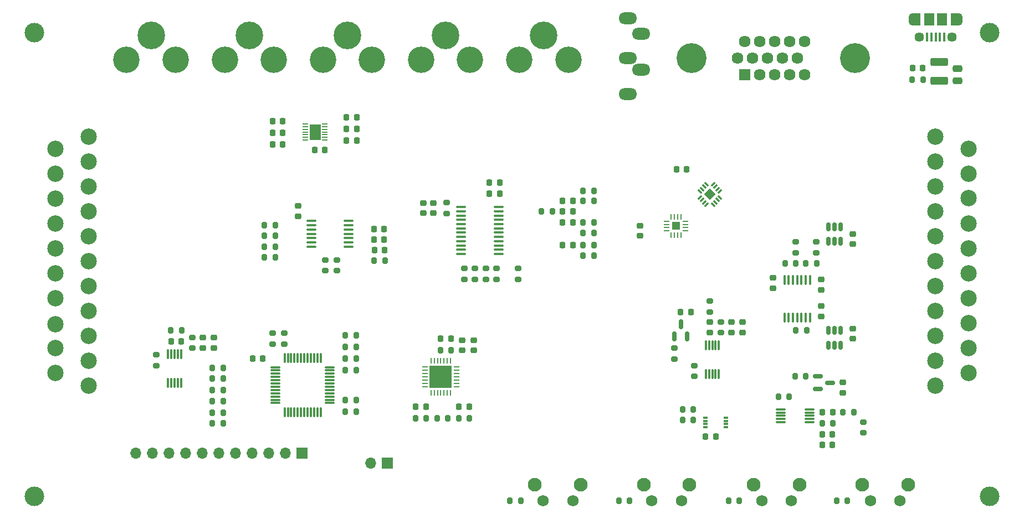
<source format=gbr>
%TF.GenerationSoftware,KiCad,Pcbnew,(6.0.8)*%
%TF.CreationDate,2023-03-28T17:34:24+02:00*%
%TF.ProjectId,RT5XP-EXP,52543558-502d-4455-9850-2e6b69636164,V1.0*%
%TF.SameCoordinates,Original*%
%TF.FileFunction,Soldermask,Top*%
%TF.FilePolarity,Negative*%
%FSLAX46Y46*%
G04 Gerber Fmt 4.6, Leading zero omitted, Abs format (unit mm)*
G04 Created by KiCad (PCBNEW (6.0.8)) date 2023-03-28 17:34:24*
%MOMM*%
%LPD*%
G01*
G04 APERTURE LIST*
G04 Aperture macros list*
%AMRoundRect*
0 Rectangle with rounded corners*
0 $1 Rounding radius*
0 $2 $3 $4 $5 $6 $7 $8 $9 X,Y pos of 4 corners*
0 Add a 4 corners polygon primitive as box body*
4,1,4,$2,$3,$4,$5,$6,$7,$8,$9,$2,$3,0*
0 Add four circle primitives for the rounded corners*
1,1,$1+$1,$2,$3*
1,1,$1+$1,$4,$5*
1,1,$1+$1,$6,$7*
1,1,$1+$1,$8,$9*
0 Add four rect primitives between the rounded corners*
20,1,$1+$1,$2,$3,$4,$5,0*
20,1,$1+$1,$4,$5,$6,$7,0*
20,1,$1+$1,$6,$7,$8,$9,0*
20,1,$1+$1,$8,$9,$2,$3,0*%
%AMRotRect*
0 Rectangle, with rotation*
0 The origin of the aperture is its center*
0 $1 length*
0 $2 width*
0 $3 Rotation angle, in degrees counterclockwise*
0 Add horizontal line*
21,1,$1,$2,0,0,$3*%
G04 Aperture macros list end*
%ADD10RoundRect,0.062500X0.337500X0.062500X-0.337500X0.062500X-0.337500X-0.062500X0.337500X-0.062500X0*%
%ADD11RoundRect,0.062500X0.062500X0.337500X-0.062500X0.337500X-0.062500X-0.337500X0.062500X-0.337500X0*%
%ADD12R,3.350000X3.350000*%
%ADD13RoundRect,0.200000X0.200000X0.275000X-0.200000X0.275000X-0.200000X-0.275000X0.200000X-0.275000X0*%
%ADD14RoundRect,0.200000X-0.200000X-0.275000X0.200000X-0.275000X0.200000X0.275000X-0.200000X0.275000X0*%
%ADD15RoundRect,0.218750X-0.218750X-0.256250X0.218750X-0.256250X0.218750X0.256250X-0.218750X0.256250X0*%
%ADD16RoundRect,0.218750X0.218750X0.256250X-0.218750X0.256250X-0.218750X-0.256250X0.218750X-0.256250X0*%
%ADD17RoundRect,0.225000X-0.250000X0.225000X-0.250000X-0.225000X0.250000X-0.225000X0.250000X0.225000X0*%
%ADD18RoundRect,0.200000X-0.275000X0.200000X-0.275000X-0.200000X0.275000X-0.200000X0.275000X0.200000X0*%
%ADD19RoundRect,0.075000X0.650000X0.075000X-0.650000X0.075000X-0.650000X-0.075000X0.650000X-0.075000X0*%
%ADD20RoundRect,0.225000X0.250000X-0.225000X0.250000X0.225000X-0.250000X0.225000X-0.250000X-0.225000X0*%
%ADD21RoundRect,0.200000X0.275000X-0.200000X0.275000X0.200000X-0.275000X0.200000X-0.275000X-0.200000X0*%
%ADD22RoundRect,0.225000X0.225000X0.250000X-0.225000X0.250000X-0.225000X-0.250000X0.225000X-0.250000X0*%
%ADD23RoundRect,0.225000X-0.225000X-0.250000X0.225000X-0.250000X0.225000X0.250000X-0.225000X0.250000X0*%
%ADD24RoundRect,0.150000X0.150000X-0.587500X0.150000X0.587500X-0.150000X0.587500X-0.150000X-0.587500X0*%
%ADD25RoundRect,0.100000X-0.100000X0.637500X-0.100000X-0.637500X0.100000X-0.637500X0.100000X0.637500X0*%
%ADD26RoundRect,0.150000X-0.587500X-0.150000X0.587500X-0.150000X0.587500X0.150000X-0.587500X0.150000X0*%
%ADD27RoundRect,0.150000X-0.150000X0.512500X-0.150000X-0.512500X0.150000X-0.512500X0.150000X0.512500X0*%
%ADD28RoundRect,0.100000X0.637500X0.100000X-0.637500X0.100000X-0.637500X-0.100000X0.637500X-0.100000X0*%
%ADD29C,4.035000*%
%ADD30C,4.230000*%
%ADD31RoundRect,0.250000X-1.075000X0.375000X-1.075000X-0.375000X1.075000X-0.375000X1.075000X0.375000X0*%
%ADD32C,3.000000*%
%ADD33RoundRect,0.075000X-0.075000X0.650000X-0.075000X-0.650000X0.075000X-0.650000X0.075000X0.650000X0*%
%ADD34R,0.400000X1.350000*%
%ADD35O,1.200000X1.900000*%
%ADD36R,1.200000X1.900000*%
%ADD37C,1.450000*%
%ADD38R,1.500000X1.900000*%
%ADD39R,1.700000X1.700000*%
%ADD40O,1.700000X1.700000*%
%ADD41R,0.800000X0.300000*%
%ADD42C,2.100000*%
%ADD43C,1.750000*%
%ADD44O,2.800000X1.800000*%
%ADD45C,2.500000*%
%ADD46RoundRect,0.250000X-0.475000X0.250000X-0.475000X-0.250000X0.475000X-0.250000X0.475000X0.250000X0*%
%ADD47RoundRect,0.075000X0.662500X0.075000X-0.662500X0.075000X-0.662500X-0.075000X0.662500X-0.075000X0*%
%ADD48RoundRect,0.075000X0.075000X0.662500X-0.075000X0.662500X-0.075000X-0.662500X0.075000X-0.662500X0*%
%ADD49C,4.575000*%
%ADD50R,1.785000X1.785000*%
%ADD51C,1.785000*%
%ADD52RoundRect,0.062500X0.062500X-0.350000X0.062500X0.350000X-0.062500X0.350000X-0.062500X-0.350000X0*%
%ADD53RoundRect,0.062500X0.350000X-0.062500X0.350000X0.062500X-0.350000X0.062500X-0.350000X-0.062500X0*%
%ADD54R,1.230000X1.230000*%
%ADD55RoundRect,0.062500X-0.203293X-0.291682X0.291682X0.203293X0.203293X0.291682X-0.291682X-0.203293X0*%
%ADD56RoundRect,0.062500X0.203293X-0.291682X0.291682X-0.203293X-0.203293X0.291682X-0.291682X0.203293X0*%
%ADD57RotRect,1.230000X1.230000X45.000000*%
%ADD58RoundRect,0.050000X0.337500X0.050000X-0.337500X0.050000X-0.337500X-0.050000X0.337500X-0.050000X0*%
%ADD59R,1.780000X2.350000*%
%ADD60RoundRect,0.150000X0.150000X-0.512500X0.150000X0.512500X-0.150000X0.512500X-0.150000X-0.512500X0*%
G04 APERTURE END LIST*
D10*
%TO.C,U5*%
X72071500Y-61698000D03*
X72071500Y-61198000D03*
X72071500Y-60698000D03*
X72071500Y-60198000D03*
X72071500Y-59698000D03*
X72071500Y-59198000D03*
X72071500Y-58698000D03*
D11*
X71121500Y-57748000D03*
X70621500Y-57748000D03*
X70121500Y-57748000D03*
X69621500Y-57748000D03*
X69121500Y-57748000D03*
X68621500Y-57748000D03*
X68121500Y-57748000D03*
D10*
X67171500Y-58698000D03*
X67171500Y-59198000D03*
X67171500Y-59698000D03*
X67171500Y-60198000D03*
X67171500Y-60698000D03*
X67171500Y-61198000D03*
X67171500Y-61698000D03*
D11*
X68121500Y-62648000D03*
X68621500Y-62648000D03*
X69121500Y-62648000D03*
X69621500Y-62648000D03*
X70121500Y-62648000D03*
X70621500Y-62648000D03*
X71121500Y-62648000D03*
D12*
X69621500Y-60198000D03*
%TD*%
D13*
%TO.C,R28*%
X70700500Y-66548000D03*
X69050500Y-66548000D03*
%TD*%
D14*
%TO.C,R27*%
X72352500Y-66548000D03*
X74002500Y-66548000D03*
%TD*%
%TO.C,R26*%
X69558500Y-56134000D03*
X71208500Y-56134000D03*
%TD*%
D13*
%TO.C,R25*%
X67398500Y-66548000D03*
X65748500Y-66548000D03*
%TD*%
D15*
%TO.C,D3*%
X69596000Y-54356000D03*
X71171000Y-54356000D03*
%TD*%
D16*
%TO.C,D2*%
X73965000Y-64770000D03*
X72390000Y-64770000D03*
%TD*%
D15*
%TO.C,D1*%
X65786000Y-64770000D03*
X67361000Y-64770000D03*
%TD*%
D17*
%TO.C,C19*%
X72898000Y-54597000D03*
X72898000Y-56147000D03*
%TD*%
%TO.C,C8*%
X74676000Y-54597000D03*
X74676000Y-56147000D03*
%TD*%
D18*
%TO.C,R19*%
X74874000Y-43625000D03*
X74874000Y-45275000D03*
%TD*%
D19*
%TO.C,U10*%
X125984000Y-67159000D03*
X125984000Y-66659000D03*
X125984000Y-66159000D03*
X125984000Y-65659000D03*
X125984000Y-65159000D03*
X121584000Y-65159000D03*
X121584000Y-65659000D03*
X121584000Y-66159000D03*
X121584000Y-66659000D03*
X121584000Y-67159000D03*
%TD*%
D14*
%TO.C,R53*%
X123762000Y-60071000D03*
X125412000Y-60071000D03*
%TD*%
D17*
%TO.C,C23*%
X100076000Y-37071000D03*
X100076000Y-38621000D03*
%TD*%
D20*
%TO.C,C35*%
X115697000Y-53399000D03*
X115697000Y-51849000D03*
%TD*%
D17*
%TO.C,C37*%
X131064000Y-61074000D03*
X131064000Y-62624000D03*
%TD*%
D13*
%TO.C,R40*%
X36385000Y-62230000D03*
X34735000Y-62230000D03*
%TD*%
D20*
%TO.C,C31*%
X68494000Y-35151000D03*
X68494000Y-33601000D03*
%TD*%
%TO.C,C24*%
X132588000Y-39891000D03*
X132588000Y-38341000D03*
%TD*%
D21*
%TO.C,R46*%
X134160500Y-68770000D03*
X134160500Y-67120000D03*
%TD*%
D22*
%TO.C,C3*%
X89795500Y-34884000D03*
X88245500Y-34884000D03*
%TD*%
%TO.C,C6*%
X60973000Y-39202000D03*
X59423000Y-39202000D03*
%TD*%
D14*
%TO.C,R24*%
X55055000Y-53848000D03*
X56705000Y-53848000D03*
%TD*%
D23*
%TO.C,C13*%
X43929000Y-22860000D03*
X45479000Y-22860000D03*
%TD*%
D24*
%TO.C,Q2*%
X105349000Y-54023500D03*
X107249000Y-54023500D03*
X106299000Y-52148500D03*
%TD*%
D25*
%TO.C,U12*%
X126029000Y-45397500D03*
X125379000Y-45397500D03*
X124729000Y-45397500D03*
X124079000Y-45397500D03*
X123429000Y-45397500D03*
X122779000Y-45397500D03*
X122129000Y-45397500D03*
X122129000Y-51122500D03*
X122779000Y-51122500D03*
X123429000Y-51122500D03*
X124079000Y-51122500D03*
X124729000Y-51122500D03*
X125379000Y-51122500D03*
X126029000Y-51122500D03*
%TD*%
D13*
%TO.C,R61*%
X125539000Y-53086000D03*
X123889000Y-53086000D03*
%TD*%
%TO.C,R12*%
X44322000Y-38638000D03*
X42672000Y-38638000D03*
%TD*%
D26*
%TO.C,Q1*%
X127205500Y-60137000D03*
X127205500Y-62037000D03*
X129080500Y-61087000D03*
%TD*%
D18*
%TO.C,R35*%
X26162000Y-56833000D03*
X26162000Y-58483000D03*
%TD*%
D27*
%TO.C,U14*%
X130744000Y-53091500D03*
X129794000Y-53091500D03*
X128844000Y-53091500D03*
X128844000Y-55366500D03*
X129794000Y-55366500D03*
X130744000Y-55366500D03*
%TD*%
D17*
%TO.C,C16*%
X33274000Y-54216000D03*
X33274000Y-55766000D03*
%TD*%
D14*
%TO.C,R57*%
X125413000Y-42799000D03*
X127063000Y-42799000D03*
%TD*%
D13*
%TO.C,R31*%
X115252000Y-79121000D03*
X113602000Y-79121000D03*
%TD*%
D17*
%TO.C,C32*%
X132588000Y-52819000D03*
X132588000Y-54369000D03*
%TD*%
D21*
%TO.C,R43*%
X45720000Y-55181000D03*
X45720000Y-53531000D03*
%TD*%
%TO.C,R48*%
X110736000Y-50269000D03*
X110736000Y-48619000D03*
%TD*%
D13*
%TO.C,R5*%
X93005500Y-31709000D03*
X91355500Y-31709000D03*
%TD*%
D28*
%TO.C,U1*%
X55567500Y-40263000D03*
X55567500Y-39613000D03*
X55567500Y-38963000D03*
X55567500Y-38313000D03*
X55567500Y-37663000D03*
X55567500Y-37013000D03*
X55567500Y-36363000D03*
X49842500Y-36363000D03*
X49842500Y-37013000D03*
X49842500Y-37663000D03*
X49842500Y-38313000D03*
X49842500Y-38963000D03*
X49842500Y-39613000D03*
X49842500Y-40263000D03*
%TD*%
D23*
%TO.C,C14*%
X55232000Y-20447000D03*
X56782000Y-20447000D03*
%TD*%
D13*
%TO.C,R60*%
X108203000Y-65151000D03*
X106553000Y-65151000D03*
%TD*%
D29*
%TO.C,J5*%
X44108000Y-11700000D03*
D30*
X40358000Y-8000000D03*
D29*
X36608000Y-11700000D03*
%TD*%
D31*
%TO.C,F1*%
X145796000Y-12062000D03*
X145796000Y-14862000D03*
%TD*%
D32*
%TO.C,REF\u002A\u002A*%
X153500000Y-78500000D03*
%TD*%
%TO.C,REF\u002A\u002A*%
X7500000Y-78500000D03*
%TD*%
D23*
%TO.C,C36*%
X127924500Y-70612000D03*
X129474500Y-70612000D03*
%TD*%
D13*
%TO.C,R8*%
X44322000Y-41940000D03*
X42672000Y-41940000D03*
%TD*%
D22*
%TO.C,C22*%
X107201000Y-28448000D03*
X105651000Y-28448000D03*
%TD*%
D13*
%TO.C,R32*%
X98488000Y-79121000D03*
X96838000Y-79121000D03*
%TD*%
D33*
%TO.C,U7*%
X29956000Y-56728000D03*
X29456000Y-56728000D03*
X28956000Y-56728000D03*
X28456000Y-56728000D03*
X27956000Y-56728000D03*
X27956000Y-61128000D03*
X28456000Y-61128000D03*
X28956000Y-61128000D03*
X29456000Y-61128000D03*
X29956000Y-61128000D03*
%TD*%
D23*
%TO.C,C2*%
X88230500Y-36546000D03*
X89780500Y-36546000D03*
%TD*%
D14*
%TO.C,R45*%
X55055000Y-63754000D03*
X56705000Y-63754000D03*
%TD*%
D29*
%TO.C,J1*%
X59108000Y-11700000D03*
D30*
X55358000Y-8000000D03*
D29*
X51608000Y-11700000D03*
%TD*%
D23*
%TO.C,C11*%
X43929000Y-21082000D03*
X45479000Y-21082000D03*
%TD*%
D21*
%TO.C,R50*%
X112387000Y-53444000D03*
X112387000Y-51794000D03*
%TD*%
D22*
%TO.C,C39*%
X129512000Y-65651000D03*
X127962000Y-65651000D03*
%TD*%
D14*
%TO.C,R16*%
X55055000Y-59182000D03*
X56705000Y-59182000D03*
%TD*%
D33*
%TO.C,U11*%
X112117000Y-55372000D03*
X111617000Y-55372000D03*
X111117000Y-55372000D03*
X110617000Y-55372000D03*
X110117000Y-55372000D03*
X110117000Y-59772000D03*
X110617000Y-59772000D03*
X111117000Y-59772000D03*
X111617000Y-59772000D03*
X112117000Y-59772000D03*
%TD*%
D18*
%TO.C,R20*%
X76525000Y-43625000D03*
X76525000Y-45275000D03*
%TD*%
D34*
%TO.C,J12*%
X146550000Y-8193500D03*
X145900000Y-8193500D03*
X145250000Y-8193500D03*
X144600000Y-8193500D03*
X143950000Y-8193500D03*
D35*
X141750000Y-5493500D03*
D36*
X142350000Y-5493500D03*
D37*
X147750000Y-8193500D03*
D35*
X148750000Y-5493500D03*
D38*
X144250000Y-5493500D03*
D37*
X142750000Y-8193500D03*
D36*
X148150000Y-5493500D03*
D38*
X146250000Y-5493500D03*
%TD*%
D39*
%TO.C,J11*%
X48400000Y-71875000D03*
D40*
X45860000Y-71875000D03*
X43320000Y-71875000D03*
X40780000Y-71875000D03*
X38240000Y-71875000D03*
X35700000Y-71875000D03*
X33160000Y-71875000D03*
X30620000Y-71875000D03*
X28080000Y-71875000D03*
X25540000Y-71875000D03*
X23000000Y-71875000D03*
%TD*%
D13*
%TO.C,R30*%
X131762000Y-79121000D03*
X130112000Y-79121000D03*
%TD*%
D21*
%TO.C,R58*%
X127000000Y-41211000D03*
X127000000Y-39561000D03*
%TD*%
D22*
%TO.C,C30*%
X129474500Y-68961000D03*
X127924500Y-68961000D03*
%TD*%
D41*
%TO.C,U13*%
X113183000Y-67933000D03*
X113183000Y-67433000D03*
X113183000Y-66933000D03*
X113183000Y-66433000D03*
X110083000Y-66433000D03*
X110083000Y-66933000D03*
X110083000Y-67433000D03*
X110083000Y-67933000D03*
%TD*%
D21*
%TO.C,R42*%
X43942000Y-55181000D03*
X43942000Y-53531000D03*
%TD*%
D22*
%TO.C,C29*%
X78611000Y-32172000D03*
X77061000Y-32172000D03*
%TD*%
D13*
%TO.C,R59*%
X108203000Y-66802000D03*
X106553000Y-66802000D03*
%TD*%
D17*
%TO.C,C26*%
X114046000Y-51849000D03*
X114046000Y-53399000D03*
%TD*%
D14*
%TO.C,R23*%
X55055000Y-55626000D03*
X56705000Y-55626000D03*
%TD*%
D18*
%TO.C,R18*%
X73223000Y-43625000D03*
X73223000Y-45275000D03*
%TD*%
D23*
%TO.C,C12*%
X55232000Y-22225000D03*
X56782000Y-22225000D03*
%TD*%
D14*
%TO.C,R47*%
X131087000Y-65651000D03*
X132737000Y-65651000D03*
%TD*%
D17*
%TO.C,C42*%
X127762000Y-45326000D03*
X127762000Y-46876000D03*
%TD*%
D21*
%TO.C,R2*%
X53721000Y-43964000D03*
X53721000Y-42314000D03*
%TD*%
D13*
%TO.C,R4*%
X93005500Y-38197000D03*
X91355500Y-38197000D03*
%TD*%
D42*
%TO.C,SW2*%
X117415000Y-76700500D03*
X124425000Y-76700500D03*
D43*
X123175000Y-79190500D03*
X118675000Y-79190500D03*
%TD*%
D21*
%TO.C,R56*%
X123825000Y-41211000D03*
X123825000Y-39561000D03*
%TD*%
D13*
%TO.C,R36*%
X36385000Y-58801000D03*
X34735000Y-58801000D03*
%TD*%
D29*
%TO.C,J2*%
X74108000Y-11700000D03*
D30*
X70358000Y-8000000D03*
D29*
X66608000Y-11700000D03*
%TD*%
D15*
%TO.C,D4*%
X141706500Y-12954000D03*
X143281500Y-12954000D03*
%TD*%
D23*
%TO.C,C10*%
X55232000Y-24003000D03*
X56782000Y-24003000D03*
%TD*%
D13*
%TO.C,R13*%
X86670500Y-34884000D03*
X85020500Y-34884000D03*
%TD*%
%TO.C,R10*%
X44322000Y-40289000D03*
X42672000Y-40289000D03*
%TD*%
D14*
%TO.C,R6*%
X91355500Y-33233000D03*
X93005500Y-33233000D03*
%TD*%
D23*
%TO.C,C1*%
X88245500Y-33233000D03*
X89795500Y-33233000D03*
%TD*%
D22*
%TO.C,C7*%
X60973000Y-37551000D03*
X59423000Y-37551000D03*
%TD*%
D13*
%TO.C,R14*%
X44322000Y-36987000D03*
X42672000Y-36987000D03*
%TD*%
D23*
%TO.C,C4*%
X88230500Y-40046000D03*
X89780500Y-40046000D03*
%TD*%
%TO.C,C20*%
X50343000Y-25445000D03*
X51893000Y-25445000D03*
%TD*%
D13*
%TO.C,R38*%
X36385000Y-67310000D03*
X34735000Y-67310000D03*
%TD*%
D42*
%TO.C,SW4*%
X91028000Y-76700500D03*
X84018000Y-76700500D03*
D43*
X89778000Y-79190500D03*
X85278000Y-79190500D03*
%TD*%
D29*
%TO.C,J3*%
X89108000Y-11700000D03*
D30*
X85358000Y-8000000D03*
D29*
X81608000Y-11700000D03*
%TD*%
D18*
%TO.C,R15*%
X81407000Y-43625000D03*
X81407000Y-45275000D03*
%TD*%
D44*
%TO.C,J7*%
X100198000Y-13234000D03*
X98198000Y-11434000D03*
X98198000Y-5334000D03*
X100198000Y-7734000D03*
X98198000Y-16934000D03*
%TD*%
D13*
%TO.C,R33*%
X81851000Y-79121000D03*
X80201000Y-79121000D03*
%TD*%
D45*
%TO.C,J9*%
X145215000Y-23450000D03*
X150295000Y-25355000D03*
X145215000Y-27260000D03*
X150295000Y-29165000D03*
X145215000Y-31070000D03*
X150295000Y-32840000D03*
X145215000Y-34880000D03*
X150295000Y-36785000D03*
X145215000Y-38690000D03*
X150295000Y-40595000D03*
X145215000Y-42500000D03*
X150295000Y-44405000D03*
X145215000Y-46310000D03*
X150295000Y-48215000D03*
X145215000Y-50120000D03*
X150295000Y-52025000D03*
X145215000Y-53930000D03*
X150295000Y-55835000D03*
X145215000Y-57740000D03*
X150295000Y-59645000D03*
X145215000Y-61550000D03*
%TD*%
D21*
%TO.C,R34*%
X31623000Y-55816000D03*
X31623000Y-54166000D03*
%TD*%
D13*
%TO.C,R41*%
X36385000Y-60452000D03*
X34735000Y-60452000D03*
%TD*%
D14*
%TO.C,R9*%
X91355500Y-36546000D03*
X93005500Y-36546000D03*
%TD*%
D21*
%TO.C,R7*%
X51943000Y-43964000D03*
X51943000Y-42314000D03*
%TD*%
D46*
%TO.C,C17*%
X148590000Y-13020000D03*
X148590000Y-14920000D03*
%TD*%
D21*
%TO.C,R54*%
X105283000Y-57467000D03*
X105283000Y-55817000D03*
%TD*%
D23*
%TO.C,C15*%
X43929000Y-24638000D03*
X45479000Y-24638000D03*
%TD*%
%TO.C,C33*%
X77061000Y-30521000D03*
X78611000Y-30521000D03*
%TD*%
D47*
%TO.C,U6*%
X52676500Y-64218000D03*
X52676500Y-63718000D03*
X52676500Y-63218000D03*
X52676500Y-62718000D03*
X52676500Y-62218000D03*
X52676500Y-61718000D03*
X52676500Y-61218000D03*
X52676500Y-60718000D03*
X52676500Y-60218000D03*
X52676500Y-59718000D03*
X52676500Y-59218000D03*
X52676500Y-58718000D03*
D48*
X51264000Y-57305500D03*
X50764000Y-57305500D03*
X50264000Y-57305500D03*
X49764000Y-57305500D03*
X49264000Y-57305500D03*
X48764000Y-57305500D03*
X48264000Y-57305500D03*
X47764000Y-57305500D03*
X47264000Y-57305500D03*
X46764000Y-57305500D03*
X46264000Y-57305500D03*
X45764000Y-57305500D03*
D47*
X44351500Y-58718000D03*
X44351500Y-59218000D03*
X44351500Y-59718000D03*
X44351500Y-60218000D03*
X44351500Y-60718000D03*
X44351500Y-61218000D03*
X44351500Y-61718000D03*
X44351500Y-62218000D03*
X44351500Y-62718000D03*
X44351500Y-63218000D03*
X44351500Y-63718000D03*
X44351500Y-64218000D03*
D48*
X45764000Y-65630500D03*
X46264000Y-65630500D03*
X46764000Y-65630500D03*
X47264000Y-65630500D03*
X47764000Y-65630500D03*
X48264000Y-65630500D03*
X48764000Y-65630500D03*
X49264000Y-65630500D03*
X49764000Y-65630500D03*
X50264000Y-65630500D03*
X50764000Y-65630500D03*
X51264000Y-65630500D03*
%TD*%
D28*
%TO.C,U2*%
X78483500Y-41391000D03*
X78483500Y-40741000D03*
X78483500Y-40091000D03*
X78483500Y-39441000D03*
X78483500Y-38791000D03*
X78483500Y-38141000D03*
X78483500Y-37491000D03*
X78483500Y-36841000D03*
X78483500Y-36191000D03*
X78483500Y-35541000D03*
X78483500Y-34891000D03*
X78483500Y-34241000D03*
X72758500Y-34241000D03*
X72758500Y-34891000D03*
X72758500Y-35541000D03*
X72758500Y-36191000D03*
X72758500Y-36841000D03*
X72758500Y-37491000D03*
X72758500Y-38141000D03*
X72758500Y-38791000D03*
X72758500Y-39441000D03*
X72758500Y-40091000D03*
X72758500Y-40741000D03*
X72758500Y-41391000D03*
%TD*%
D49*
%TO.C,J6*%
X132891000Y-11440000D03*
X107901000Y-11440000D03*
D50*
X116071000Y-13980000D03*
D51*
X118361000Y-13980000D03*
X120651000Y-13980000D03*
X122941000Y-13980000D03*
X125231000Y-13980000D03*
X114926000Y-11440000D03*
X117216000Y-11440000D03*
X119506000Y-11440000D03*
X121796000Y-11440000D03*
X124086000Y-11440000D03*
X116071000Y-8900000D03*
X118361000Y-8900000D03*
X120651000Y-8900000D03*
X122941000Y-8900000D03*
X125231000Y-8900000D03*
%TD*%
D22*
%TO.C,C9*%
X29985000Y-54737000D03*
X28435000Y-54737000D03*
%TD*%
D32*
%TO.C,REF\u002A\u002A*%
X7500000Y-7500000D03*
%TD*%
D29*
%TO.C,J4*%
X29108000Y-11700000D03*
D30*
X25358000Y-8000000D03*
D29*
X21608000Y-11700000D03*
%TD*%
D13*
%TO.C,R37*%
X36385000Y-63881000D03*
X34735000Y-63881000D03*
%TD*%
D14*
%TO.C,R17*%
X55055000Y-57404000D03*
X56705000Y-57404000D03*
%TD*%
D20*
%TO.C,C18*%
X34925000Y-55766000D03*
X34925000Y-54216000D03*
%TD*%
D18*
%TO.C,R51*%
X108331000Y-58484000D03*
X108331000Y-60134000D03*
%TD*%
D13*
%TO.C,R1*%
X61079000Y-42448000D03*
X59429000Y-42448000D03*
%TD*%
D20*
%TO.C,C41*%
X120351000Y-46617000D03*
X120351000Y-45067000D03*
%TD*%
D52*
%TO.C,U4*%
X104791000Y-38562000D03*
X105291000Y-38562000D03*
X105791000Y-38562000D03*
X106291000Y-38562000D03*
D53*
X106978500Y-37874500D03*
X106978500Y-37374500D03*
X106978500Y-36874500D03*
X106978500Y-36374500D03*
D52*
X106291000Y-35687000D03*
X105791000Y-35687000D03*
X105291000Y-35687000D03*
X104791000Y-35687000D03*
D53*
X104103500Y-36374500D03*
X104103500Y-36874500D03*
X104103500Y-37374500D03*
X104103500Y-37874500D03*
D54*
X105541000Y-37124500D03*
%TD*%
D42*
%TO.C,SW3*%
X107625000Y-76700500D03*
X100615000Y-76700500D03*
D43*
X106375000Y-79190500D03*
X101875000Y-79190500D03*
%TD*%
D14*
%TO.C,R55*%
X122238000Y-42799000D03*
X123888000Y-42799000D03*
%TD*%
D13*
%TO.C,R39*%
X36385000Y-65659000D03*
X34735000Y-65659000D03*
%TD*%
D45*
%TO.C,J8*%
X15785000Y-61550000D03*
X10705000Y-59645000D03*
X15785000Y-57740000D03*
X10705000Y-55835000D03*
X15785000Y-53930000D03*
X10705000Y-52160000D03*
X15785000Y-50120000D03*
X10705000Y-48215000D03*
X15785000Y-46310000D03*
X10705000Y-44405000D03*
X15785000Y-42500000D03*
X10705000Y-40595000D03*
X15785000Y-38690000D03*
X10705000Y-36785000D03*
X15785000Y-34880000D03*
X10705000Y-32975000D03*
X15785000Y-31070000D03*
X10705000Y-29165000D03*
X15785000Y-27260000D03*
X10700000Y-25355000D03*
X15785000Y-23450000D03*
%TD*%
D17*
%TO.C,C28*%
X127762000Y-49390000D03*
X127762000Y-50940000D03*
%TD*%
D32*
%TO.C,REF\u002A\u002A*%
X153500000Y-7500000D03*
%TD*%
D13*
%TO.C,R52*%
X122872000Y-63246000D03*
X121222000Y-63246000D03*
%TD*%
%TO.C,R62*%
X56705000Y-65532000D03*
X55055000Y-65532000D03*
%TD*%
D55*
%TO.C,U3*%
X109201204Y-32784636D03*
X109554757Y-33138189D03*
X109908311Y-33491743D03*
X110261864Y-33845296D03*
D56*
X111234136Y-33845296D03*
X111587689Y-33491743D03*
X111941243Y-33138189D03*
X112294796Y-32784636D03*
D55*
X112294796Y-31812364D03*
X111941243Y-31458811D03*
X111587689Y-31105257D03*
X111234136Y-30751704D03*
D56*
X110261864Y-30751704D03*
X109908311Y-31105257D03*
X109554757Y-31458811D03*
X109201204Y-31812364D03*
D57*
X110748000Y-32298500D03*
%TD*%
D58*
%TO.C,U8*%
X51906500Y-23933000D03*
X51906500Y-23533000D03*
X51906500Y-23133000D03*
X51906500Y-22733000D03*
X51906500Y-22333000D03*
X51906500Y-21933000D03*
X51906500Y-21533000D03*
X48931500Y-21533000D03*
X48931500Y-21933000D03*
X48931500Y-22333000D03*
X48931500Y-22733000D03*
X48931500Y-23133000D03*
X48931500Y-23533000D03*
X48931500Y-23933000D03*
D59*
X50419000Y-22733000D03*
%TD*%
D18*
%TO.C,R22*%
X78176000Y-43625000D03*
X78176000Y-45275000D03*
%TD*%
D13*
%TO.C,R11*%
X93005500Y-40046000D03*
X91355500Y-40046000D03*
%TD*%
D42*
%TO.C,SW1*%
X141025000Y-76700500D03*
X134015000Y-76700500D03*
D43*
X139775000Y-79190500D03*
X135275000Y-79190500D03*
%TD*%
D17*
%TO.C,C27*%
X66929000Y-33601000D03*
X66929000Y-35151000D03*
%TD*%
D60*
%TO.C,U9*%
X128844000Y-39491500D03*
X129794000Y-39491500D03*
X130744000Y-39491500D03*
X130744000Y-37216500D03*
X129794000Y-37216500D03*
X128844000Y-37216500D03*
%TD*%
D13*
%TO.C,R29*%
X30035000Y-53086000D03*
X28385000Y-53086000D03*
%TD*%
D17*
%TO.C,C40*%
X110736000Y-51844000D03*
X110736000Y-53394000D03*
%TD*%
%TO.C,C25*%
X47808000Y-34053000D03*
X47808000Y-35603000D03*
%TD*%
D14*
%TO.C,R49*%
X127912000Y-67302000D03*
X129562000Y-67302000D03*
%TD*%
D13*
%TO.C,R3*%
X93005500Y-41697000D03*
X91355500Y-41697000D03*
%TD*%
D22*
%TO.C,C34*%
X111646000Y-69342000D03*
X110096000Y-69342000D03*
%TD*%
D14*
%TO.C,R44*%
X141669000Y-14732000D03*
X143319000Y-14732000D03*
%TD*%
D18*
%TO.C,R21*%
X70541000Y-33562000D03*
X70541000Y-35212000D03*
%TD*%
D23*
%TO.C,C38*%
X106286000Y-50292000D03*
X107836000Y-50292000D03*
%TD*%
D22*
%TO.C,C5*%
X61029000Y-40797000D03*
X59479000Y-40797000D03*
%TD*%
D23*
%TO.C,C21*%
X40881000Y-57404000D03*
X42431000Y-57404000D03*
%TD*%
D39*
%TO.C,J10*%
X61448000Y-73431000D03*
D40*
X58908000Y-73431000D03*
%TD*%
M02*

</source>
